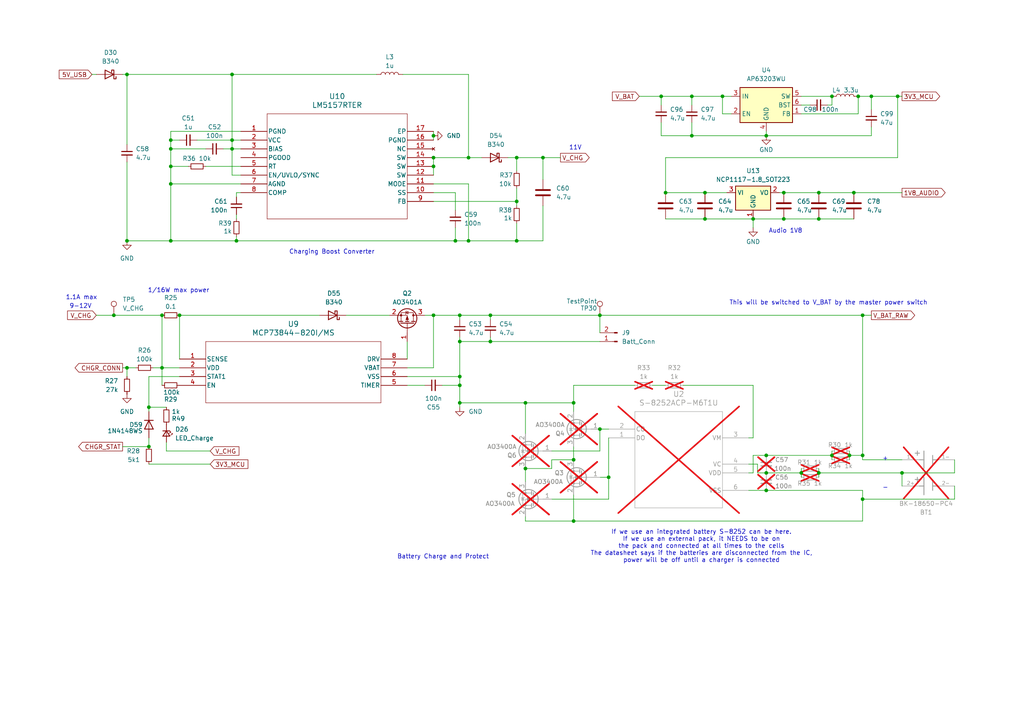
<source format=kicad_sch>
(kicad_sch (version 20250114) (generator "eeschema") (generator_version "9.0")
  (paper "A4")
  (lib_symbols
    (symbol "2025-04-02_22-09-11:MCP73844-840I_MS" (pin_names (offset 0.254))
      (property "Reference" "U" (at 33.02 10.16 0))
      (property "Value" "MCP73844-840I/MS" (at 33.02 7.62 0))
      (symbol "MCP73844-840I_MS_0_1"
        (polyline (pts (xy 7.62 5.08) (xy 7.62 -12.7)) (stroke (width 0.127)))
        (polyline (pts (xy 7.62 -12.7) (xy 58.42 -12.7)) (stroke (width 0.127)))
        (polyline (pts (xy 58.42 5.08) (xy 7.62 5.08)) (stroke (width 0.127)))
        (polyline (pts (xy 58.42 -12.7) (xy 58.42 5.08)) (stroke (width 0.127)))
        (pin unspecified line (at 0 0 0) (length 7.62) (name "SENSE") (number "1"))
        (pin unspecified line (at 0 -2.54 0) (length 7.62) (name "VDD") (number "2"))
        (pin unspecified line (at 0 -5.08 0) (length 7.62) (name "STAT1") (number "3"))
        (pin unspecified line (at 0 -7.62 0) (length 7.62) (name "EN") (number "4"))
        (pin unspecified line (at 66.04 0 180) (length 7.62) (name "DRV") (number "8"))
        (pin unspecified line (at 66.04 -2.54 180) (length 7.62) (name "VBAT") (number "7"))
        (pin unspecified line (at 66.04 -5.08 180) (length 7.62) (name "VSS") (number "6"))
        (pin unspecified line (at 66.04 -7.62 180) (length 7.62) (name "TIMER") (number "5"))
      )
    )
    (symbol "2025-04-02_22-14-21:S-8252AAZ-M6T1U" (pin_names (offset 0.254))
      (property "Reference" "U" (at 20.32 12.7 0))
      (property "Value" "S-8252AAZ-M6T1U" (at 20.32 10.16 0))
      (symbol "S-8252AAZ-M6T1U_0_1"
        (polyline (pts (xy 7.62 7.62) (xy 7.62 -20.32)) (stroke (width 0.127)))
        (polyline (pts (xy 7.62 -20.32) (xy 33.02 -20.32)) (stroke (width 0.127)))
        (polyline (pts (xy 33.02 7.62) (xy 7.62 7.62)) (stroke (width 0.127)))
        (polyline (pts (xy 33.02 -20.32) (xy 33.02 7.62)) (stroke (width 0.127)))
        (pin unspecified line (at 0 0 0) (length 7.62) (name "VM") (number "3"))
        (pin power_in line (at 0 -7.62 0) (length 7.62) (name "VC") (number "4"))
        (pin power_in line (at 0 -10.16 0) (length 7.62) (name "VDD") (number "5"))
        (pin power_out line (at 0 -15.24 0) (length 7.62) (name "VSS") (number "6"))
        (pin output line (at 40.64 2.54 180) (length 7.62) (name "CO") (number "2"))
        (pin output line (at 40.64 0 180) (length 7.62) (name "DO") (number "1"))
      )
    )
    (symbol "2025-04-04_20-55-54:LM5157RTER" (pin_names (offset 0.254))
      (property "Reference" "U" (at 27.94 10.16 0))
      (property "Value" "LM5157RTER" (at 27.94 7.62 0))
      (symbol "LM5157RTER_0_1"
        (polyline (pts (xy 7.62 5.08) (xy 7.62 -25.4)) (stroke (width 0.127)))
        (polyline (pts (xy 7.62 -25.4) (xy 48.26 -25.4)) (stroke (width 0.127)))
        (polyline (pts (xy 48.26 5.08) (xy 7.62 5.08)) (stroke (width 0.127)))
        (polyline (pts (xy 48.26 -25.4) (xy 48.26 5.08)) (stroke (width 0.127)))
        (pin power_out line (at 0 0 0) (length 7.62) (name "PGND") (number "1"))
        (pin power_in line (at 0 -2.54 0) (length 7.62) (name "VCC") (number "2"))
        (pin unspecified line (at 0 -5.08 0) (length 7.62) (name "BIAS") (number "3"))
        (pin power_in line (at 0 -7.62 0) (length 7.62) (name "PGOOD") (number "4"))
        (pin unspecified line (at 0 -10.16 0) (length 7.62) (name "RT") (number "5"))
        (pin unspecified line (at 0 -12.7 0) (length 7.62) (name "EN/UVLO/SYNC") (number "6"))
        (pin power_out line (at 0 -15.24 0) (length 7.62) (name "AGND") (number "7"))
        (pin unspecified line (at 0 -17.78 0) (length 7.62) (name "COMP") (number "8"))
        (pin unspecified line (at 55.88 0 180) (length 7.62) (name "EP") (number "17"))
        (pin power_out line (at 55.88 -2.54 180) (length 7.62) (name "PGND") (number "16"))
        (pin no_connect line (at 55.88 -5.08 180) (length 7.62) (name "NC") (number "15"))
        (pin unspecified line (at 55.88 -7.62 180) (length 7.62) (name "SW") (number "14"))
        (pin unspecified line (at 55.88 -10.16 180) (length 7.62) (name "SW") (number "13"))
        (pin unspecified line (at 55.88 -12.7 180) (length 7.62) (name "SW") (number "12"))
        (pin unspecified line (at 55.88 -15.24 180) (length 7.62) (name "MODE") (number "11"))
        (pin unspecified line (at 55.88 -17.78 180) (length 7.62) (name "SS") (number "10"))
        (pin unspecified line (at 55.88 -20.32 180) (length 7.62) (name "FB") (number "9"))
      )
    )
    (symbol "BK-18650-PC4:BK-18650-PC4" (pin_names (offset 1.016))
      (property "Reference" "BT" (at -3.81 6.35 0))
      (property "Value" "BK-18650-PC4" (at -3.81 -10.16 0))
      (symbol "BK-18650-PC4_0_0"
        (polyline (pts (xy -3.81 4.445) (xy -2.54 4.445)) (stroke (width 0.254)))
        (polyline (pts (xy -3.81 -3.175) (xy -2.54 -3.175)) (stroke (width 0.254)))
        (polyline (pts (xy -3.175 5.08) (xy -3.175 3.81)) (stroke (width 0.254)))
        (polyline (pts (xy -3.175 -2.54) (xy -3.175 -3.81)) (stroke (width 0.254)))
        (polyline (pts (xy -1.27 5.08) (xy -1.27 2.54)) (stroke (width 0.254)))
        (polyline (pts (xy -1.27 2.54) (xy -2.54 2.54)) (stroke (width 0.254)))
        (polyline (pts (xy -1.27 2.54) (xy -1.27 0)) (stroke (width 0.254)))
        (polyline (pts (xy -1.27 -2.54) (xy -1.27 -7.62)) (stroke (width 0.254)))
        (polyline (pts (xy -1.27 -5.08) (xy -2.54 -5.08)) (stroke (width 0.254)))
        (polyline (pts (xy 1.27 3.81) (xy 1.27 1.27)) (stroke (width 0.254)))
        (polyline (pts (xy 1.27 2.54) (xy 2.54 2.54)) (stroke (width 0.254)))
        (polyline (pts (xy 1.27 -3.81) (xy 1.27 -6.35)) (stroke (width 0.254)))
        (polyline (pts (xy 1.27 -5.08) (xy 2.54 -5.08)) (stroke (width 0.254)))
        (pin passive line (at -7.62 2.54 0) (length 5.08) (name "~") (number "1+"))
        (pin passive line (at -7.62 -5.08 0) (length 5.08) (name "~") (number "2+"))
        (pin passive line (at 7.62 2.54 180) (length 5.08) (name "~") (number "1-"))
        (pin passive line (at 7.62 -5.08 180) (length 5.08) (name "~") (number "2-"))
      )
    )
    (symbol "Connector:Conn_01x02_Pin" (pin_names (offset 1.016) (hide yes))
      (property "Reference" "J" (at 0 2.54 0))
      (property "Value" "Conn_01x02_Pin" (at 0 -5.08 0))
      (symbol "Conn_01x02_Pin_1_1"
        (rectangle (start 0.8636 0.127) (end 0 -0.127) (stroke (width 0.1524)) (fill (type outline)))
        (rectangle (start 0.8636 -2.413) (end 0 -2.667) (stroke (width 0.1524)) (fill (type outline)))
        (polyline (pts (xy 1.27 0) (xy 0.8636 0)) (stroke (width 0.1524)))
        (polyline (pts (xy 1.27 -2.54) (xy 0.8636 -2.54)) (stroke (width 0.1524)))
        (pin passive line (at 5.08 0 180) (length 3.81) (name "Pin_1") (number "1"))
        (pin passive line (at 5.08 -2.54 180) (length 3.81) (name "Pin_2") (number "2"))
      )
    )
    (symbol "Connector:TestPoint" (pin_numbers (hide yes)) (pin_names (offset 0.762) (hide yes))
      (property "Reference" "TP" (at 0 6.858 0))
      (property "Value" "TestPoint" (at 0 5.08 0))
      (symbol "TestPoint_0_1"
        (circle (center 0 3.302) (radius 0.762))
      )
      (symbol "TestPoint_1_1"
        (pin passive line (at 0 0 90) (length 2.54) (name "1") (number "1"))
      )
    )
    (symbol "Device:C" (pin_numbers (hide yes)) (pin_names (offset 0.254))
      (property "Reference" "C" (at 0.635 2.54 0))
      (property "Value" "C" (at 0.635 -2.54 0))
      (symbol "C_0_1"
        (polyline (pts (xy -2.032 0.762) (xy 2.032 0.762)) (stroke (width 0.508)))
        (polyline (pts (xy -2.032 -0.762) (xy 2.032 -0.762)) (stroke (width 0.508)))
      )
      (symbol "C_1_1"
        (pin passive line (at 0 3.81 270) (length 2.794) (name "~") (number "1"))
        (pin passive line (at 0 -3.81 90) (length 2.794) (name "~") (number "2"))
      )
    )
    (symbol "Device:C_Small" (pin_numbers (hide yes)) (pin_names (offset 0.254) (hide yes))
      (property "Reference" "C" (at 0.254 1.778 0))
      (property "Value" "C_Small" (at 0.254 -2.032 0))
      (symbol "C_Small_0_1"
        (polyline (pts (xy -1.524 0.508) (xy 1.524 0.508)) (stroke (width 0.3048)))
        (polyline (pts (xy -1.524 -0.508) (xy 1.524 -0.508)) (stroke (width 0.3302)))
      )
      (symbol "C_Small_1_1"
        (pin passive line (at 0 2.54 270) (length 2.032) (name "~") (number "1"))
        (pin passive line (at 0 -2.54 90) (length 2.032) (name "~") (number "2"))
      )
    )
    (symbol "Device:L" (pin_numbers (hide yes)) (pin_names (offset 1.016) (hide yes))
      (property "Reference" "L" (at -1.27 0 90))
      (property "Value" "L" (at 1.905 0 90))
      (symbol "L_0_1"
        (arc (start 0 2.54) (mid 0.6323 1.905) (end 0 1.27))
        (arc (start 0 1.27) (mid 0.6323 0.635) (end 0 0))
        (arc (start 0 0) (mid 0.6323 -0.635) (end 0 -1.27))
        (arc (start 0 -1.27) (mid 0.6323 -1.905) (end 0 -2.54))
      )
      (symbol "L_1_1"
        (pin passive line (at 0 3.81 270) (length 1.27) (name "1") (number "1"))
        (pin passive line (at 0 -3.81 90) (length 1.27) (name "2") (number "2"))
      )
    )
    (symbol "Device:LED_Small" (pin_numbers (hide yes)) (pin_names (offset 0.254) (hide yes))
      (property "Reference" "D" (at -1.27 3.175 0))
      (property "Value" "LED_Small" (at -4.445 -2.54 0))
      (symbol "LED_Small_0_1"
        (polyline (pts (xy -0.762 -1.016) (xy -0.762 1.016)) (stroke (width 0.254)))
        (polyline (pts (xy 0 0.762) (xy -0.508 1.27) (xy -0.254 1.27) (xy -0.508 1.27) (xy -0.508 1.016)))
        (polyline (pts (xy 0.508 1.27) (xy 0 1.778) (xy 0.254 1.778) (xy 0 1.778) (xy 0 1.524)))
        (polyline (pts (xy 0.762 -1.016) (xy -0.762 0) (xy 0.762 1.016) (xy 0.762 -1.016)) (stroke (width 0.254)))
        (polyline (pts (xy 1.016 0) (xy -0.762 0)))
      )
      (symbol "LED_Small_1_1"
        (pin passive line (at -2.54 0 0) (length 1.778) (name "K") (number "1"))
        (pin passive line (at 2.54 0 180) (length 1.778) (name "A") (number "2"))
      )
    )
    (symbol "Device:R_Small" (pin_numbers (hide yes)) (pin_names (offset 0.254) (hide yes))
      (property "Reference" "R" (at 0.762 0.508 0))
      (property "Value" "R_Small" (at 0.762 -1.016 0))
      (symbol "R_Small_0_1"
        (rectangle (start -0.762 1.778) (end 0.762 -1.778) (stroke (width 0.2032)))
      )
      (symbol "R_Small_1_1"
        (pin passive line (at 0 2.54 270) (length 0.762) (name "~") (number "1"))
        (pin passive line (at 0 -2.54 90) (length 0.762) (name "~") (number "2"))
      )
    )
    (symbol "Diode:1N4148WS" (pin_numbers (hide yes)) (pin_names (hide yes))
      (property "Reference" "D" (at 0 2.54 0))
      (property "Value" "1N4148WS" (at 0 -2.54 0))
      (symbol "1N4148WS_0_1"
        (polyline (pts (xy -1.27 1.27) (xy -1.27 -1.27)) (stroke (width 0.254)))
        (polyline (pts (xy 1.27 1.27) (xy 1.27 -1.27) (xy -1.27 0) (xy 1.27 1.27)) (stroke (width 0.254)))
        (polyline (pts (xy 1.27 0) (xy -1.27 0)))
      )
      (symbol "1N4148WS_1_1"
        (pin passive line (at -3.81 0 0) (length 2.54) (name "K") (number "1"))
        (pin passive line (at 3.81 0 180) (length 2.54) (name "A") (number "2"))
      )
    )
    (symbol "Diode:B340" (pin_numbers (hide yes)) (pin_names (offset 1.016) (hide yes))
      (property "Reference" "D" (at 0 2.54 0))
      (property "Value" "B340" (at 0 -2.54 0))
      (symbol "B340_0_1"
        (polyline (pts (xy -1.905 0.635) (xy -1.905 1.27) (xy -1.27 1.27) (xy -1.27 -1.27) (xy -0.635 -1.27) (xy -0.635 -0.635)) (stroke (width 0.254)))
        (polyline (pts (xy 1.27 1.27) (xy 1.27 -1.27) (xy -1.27 0) (xy 1.27 1.27)) (stroke (width 0.254)))
        (polyline (pts (xy 1.27 0) (xy -1.27 0)))
      )
      (symbol "B340_1_1"
        (pin passive line (at -3.81 0 0) (length 2.54) (name "K") (number "1"))
        (pin passive line (at 3.81 0 180) (length 2.54) (name "A") (number "2"))
      )
    )
    (symbol "Regulator_Linear:NCP1117-1.8_SOT223"
      (property "Reference" "U" (at -3.81 3.175 0))
      (property "Value" "NCP1117-1.8_SOT223" (at 0 3.175 0))
      (symbol "NCP1117-1.8_SOT223_0_1"
        (rectangle (start -5.08 -5.08) (end 5.08 1.905) (stroke (width 0.254)) (fill (type background)))
      )
      (symbol "NCP1117-1.8_SOT223_1_1"
        (pin power_in line (at -7.62 0 0) (length 2.54) (name "VI") (number "3"))
        (pin power_in line (at 0 -7.62 90) (length 2.54) (name "GND") (number "1"))
        (pin power_out line (at 7.62 0 180) (length 2.54) (name "VO") (number "2"))
      )
    )
    (symbol "Regulator_Switching:AP63203WU"
      (property "Reference" "U" (at -7.62 6.35 0))
      (property "Value" "AP63203WU" (at 2.54 6.35 0))
      (symbol "AP63203WU_0_1"
        (rectangle (start -7.62 5.08) (end 7.62 -5.08) (stroke (width 0.254)) (fill (type background)))
      )
      (symbol "AP63203WU_1_1"
        (pin power_in line (at -10.16 2.54 0) (length 2.54) (name "IN") (number "3"))
        (pin input line (at -10.16 -2.54 0) (length 2.54) (name "EN") (number "2"))
        (pin power_in line (at 0 -7.62 90) (length 2.54) (name "GND") (number "4"))
        (pin output line (at 10.16 2.54 180) (length 2.54) (name "SW") (number "5"))
        (pin passive line (at 10.16 0 180) (length 2.54) (name "BST") (number "6"))
        (pin input line (at 10.16 -2.54 180) (length 2.54) (name "FB") (number "1"))
      )
    )
    (symbol "Transistor_FET:AO3400A" (pin_names (hide yes))
      (property "Reference" "Q" (at 5.08 1.905 0))
      (property "Value" "AO3400A" (at 5.08 0 0))
      (symbol "AO3400A_0_1"
        (polyline (pts (xy 0.254 1.905) (xy 0.254 -1.905)) (stroke (width 0.254)))
        (polyline (pts (xy 0.254 0) (xy -2.54 0)))
        (polyline (pts (xy 0.762 2.286) (xy 0.762 1.27)) (stroke (width 0.254)))
        (polyline (pts (xy 0.762 0.508) (xy 0.762 -0.508)) (stroke (width 0.254)))
        (polyline (pts (xy 0.762 -1.27) (xy 0.762 -2.286)) (stroke (width 0.254)))
        (polyline (pts (xy 0.762 -1.778) (xy 3.302 -1.778) (xy 3.302 1.778) (xy 0.762 1.778)))
        (polyline (pts (xy 1.016 0) (xy 2.032 0.381) (xy 2.032 -0.381) (xy 1.016 0)) (fill (type outline)))
        (circle (center 1.651 0) (radius 2.794) (stroke (width 0.254)))
        (polyline (pts (xy 2.54 2.54) (xy 2.54 1.778)))
        (circle (center 2.54 1.778) (radius 0.254) (fill (type outline)))
        (circle (center 2.54 -1.778) (radius 0.254) (fill (type outline)))
        (polyline (pts (xy 2.54 -2.54) (xy 2.54 0) (xy 0.762 0)))
        (polyline (pts (xy 2.794 0.508) (xy 2.921 0.381) (xy 3.683 0.381) (xy 3.81 0.254)))
        (polyline (pts (xy 3.302 0.381) (xy 2.921 -0.254) (xy 3.683 -0.254) (xy 3.302 0.381)))
      )
      (symbol "AO3400A_1_1"
        (pin input line (at -5.08 0 0) (length 2.54) (name "G") (number "1"))
        (pin passive line (at 2.54 5.08 270) (length 2.54) (name "D") (number "3"))
        (pin passive line (at 2.54 -5.08 90) (length 2.54) (name "S") (number "2"))
      )
    )
    (symbol "Transistor_FET:AO3401A" (pin_names (hide yes))
      (property "Reference" "Q" (at 5.08 1.905 0))
      (property "Value" "AO3401A" (at 5.08 0 0))
      (symbol "AO3401A_0_1"
        (polyline (pts (xy 0.254 1.905) (xy 0.254 -1.905)) (stroke (width 0.254)))
        (polyline (pts (xy 0.254 0) (xy -2.54 0)))
        (polyline (pts (xy 0.762 2.286) (xy 0.762 1.27)) (stroke (width 0.254)))
        (polyline (pts (xy 0.762 1.778) (xy 3.302 1.778) (xy 3.302 -1.778) (xy 0.762 -1.778)))
        (polyline (pts (xy 0.762 0.508) (xy 0.762 -0.508)) (stroke (width 0.254)))
        (polyline (pts (xy 0.762 -1.27) (xy 0.762 -2.286)) (stroke (width 0.254)))
        (circle (center 1.651 0) (radius 2.794) (stroke (width 0.254)))
        (polyline (pts (xy 2.286 0) (xy 1.27 0.381) (xy 1.27 -0.381) (xy 2.286 0)) (fill (type outline)))
        (polyline (pts (xy 2.54 2.54) (xy 2.54 1.778)))
        (circle (center 2.54 1.778) (radius 0.254) (fill (type outline)))
        (circle (center 2.54 -1.778) (radius 0.254) (fill (type outline)))
        (polyline (pts (xy 2.54 -2.54) (xy 2.54 0) (xy 0.762 0)))
        (polyline (pts (xy 2.794 -0.508) (xy 2.921 -0.381) (xy 3.683 -0.381) (xy 3.81 -0.254)))
        (polyline (pts (xy 3.302 -0.381) (xy 2.921 0.254) (xy 3.683 0.254) (xy 3.302 -0.381)))
      )
      (symbol "AO3401A_1_1"
        (pin input line (at -5.08 0 0) (length 2.54) (name "G") (number "1"))
        (pin passive line (at 2.54 5.08 270) (length 2.54) (name "D") (number "3"))
        (pin passive line (at 2.54 -5.08 90) (length 2.54) (name "S") (number "2"))
      )
    )
    (symbol "power:GND" (power) (pin_numbers (hide yes)) (pin_names (offset 0) (hide yes))
      (property "Value" "GND" (at 0 -3.81 0))
      (symbol "GND_0_1"
        (polyline (pts (xy 0 0) (xy 0 -1.27) (xy 1.27 -1.27) (xy 0 -2.54) (xy -1.27 -1.27) (xy 0 -1.27)))
      )
      (symbol "GND_1_1"
        (pin power_in line (at 0 0 270) (length 0) (name "~") (number "1"))
      )
    )
  )
  (text "11V\n" (at 166.878 42.926 0) (effects (font (size 1.27 1.27))))
  (text "+\n" (at 256.794 133.096 0) (effects (font (size 1.27 1.27))))
  (text "Charging Boost Converter\n" (at 96.266 73.152 0) (effects (font (size 1.27 1.27))))
  (text "1/16W max power\n" (at 51.816 84.328 0) (effects (font (size 1.27 1.27))))
  (text "-\n" (at 256.794 141.478 0) (effects (font (size 1.27 1.27))))
  (text "Battery Charge and Protect\n" (at 128.524 161.544 0) (effects (font (size 1.27 1.27))))
  (text "If we use an integrated battery S-8252 can be here.\nIf we use an external pack, it NEEDS to be on\nthe pack and connected at all times to the cells\nThe datasheet says if the batteries are disconnected from the IC,\npower will be off until a charger is connected" (at 203.454 158.496 0) (effects (font (size 1.27 1.27))))
  (text "1.1A max" (at 23.622 86.36 0) (effects (font (size 1.27 1.27))))
  (text "9-12V" (at 23.368 88.9 0) (effects (font (size 1.27 1.27))))
  (text "Audio 1V8" (at 227.838 67.056 0) (effects (font (size 1.27 1.27))))
  (text "This will be switched to V_BAT by the master power switch\n" (at 240.284 87.884 0) (effects (font (size 1.27 1.27))))
  (junction (at 46.99 91.44))
  (junction (at 191.77 27.94))
  (junction (at 252.73 27.94))
  (junction (at 261.62 137.16))
  (junction (at 67.31 43.18))
  (junction (at 250.19 91.44))
  (junction (at 247.65 55.88))
  (junction (at 46.99 106.68))
  (junction (at 68.58 69.85))
  (junction (at 237.49 63.5))
  (junction (at 241.3 27.94))
  (junction (at 36.83 69.85))
  (junction (at 222.25 137.16))
  (junction (at 218.44 63.5))
  (junction (at 132.08 69.85))
  (junction (at 133.35 116.84))
  (junction (at 237.49 55.88))
  (junction (at 166.37 116.84))
  (junction (at 204.47 63.5))
  (junction (at 222.25 142.24))
  (junction (at 149.86 45.72))
  (junction (at 176.53 138.43))
  (junction (at 125.73 45.72))
  (junction (at 227.33 63.5))
  (junction (at 67.31 40.64))
  (junction (at 246.38 132.08))
  (junction (at 49.53 69.85))
  (junction (at 152.4 135.89))
  (junction (at 166.37 151.13))
  (junction (at 193.04 55.88))
  (junction (at 173.99 124.46))
  (junction (at 232.41 137.16))
  (junction (at 222.25 132.08))
  (junction (at 241.3 132.08))
  (junction (at 36.83 21.59))
  (junction (at 250.19 132.08))
  (junction (at 204.47 55.88))
  (junction (at 209.55 27.94))
  (junction (at 67.31 21.59))
  (junction (at 52.07 91.44))
  (junction (at 125.73 39.37))
  (junction (at 250.19 144.78))
  (junction (at 133.35 109.22))
  (junction (at 43.18 129.54))
  (junction (at 248.92 27.94))
  (junction (at 227.33 55.88))
  (junction (at 133.35 99.06))
  (junction (at 200.66 39.37))
  (junction (at 49.53 48.26))
  (junction (at 260.35 27.94))
  (junction (at 133.35 111.76))
  (junction (at 149.86 58.42))
  (junction (at 142.24 91.44))
  (junction (at 149.86 69.85))
  (junction (at 142.24 99.06))
  (junction (at 133.35 91.44))
  (junction (at 36.83 106.68))
  (junction (at 49.53 40.64))
  (junction (at 125.73 48.26))
  (junction (at 173.99 91.44))
  (junction (at 135.89 69.85))
  (junction (at 33.02 91.44))
  (junction (at 157.48 45.72))
  (junction (at 49.53 43.18))
  (junction (at 222.25 39.37))
  (junction (at 125.73 91.44))
  (junction (at 237.49 137.16))
  (junction (at 166.37 133.35))
  (junction (at 49.53 53.34))
  (junction (at 152.4 116.84))
  (junction (at 43.18 118.11))
  (junction (at 135.89 45.72))
  (junction (at 200.66 27.94))
  (wire (pts (xy 252.73 27.94) (xy 252.73 31.75)))
  (wire (pts (xy 234.95 30.48) (xy 232.41 30.48)))
  (wire (pts (xy 49.53 53.34) (xy 49.53 69.85)))
  (wire (pts (xy 217.17 134.62) (xy 219.71 134.62)))
  (wire (pts (xy 125.73 39.37) (xy 125.73 40.64)))
  (wire (pts (xy 133.35 91.44) (xy 142.24 91.44)))
  (wire (pts (xy 157.48 45.72) (xy 157.48 52.07)))
  (wire (pts (xy 44.45 106.68) (xy 46.99 106.68)))
  (wire (pts (xy 191.77 30.48) (xy 191.77 27.94)))
  (wire (pts (xy 246.38 132.08) (xy 250.19 132.08)))
  (wire (pts (xy 125.73 38.1) (xy 125.73 39.37)))
  (wire (pts (xy 222.25 142.24) (xy 250.19 142.24)))
  (wire (pts (xy 43.18 127) (xy 43.18 129.54)))
  (wire (pts (xy 60.96 134.62) (xy 43.18 134.62)))
  (wire (pts (xy 219.71 134.62) (xy 219.71 137.16)))
  (wire (pts (xy 276.86 137.16) (xy 261.62 137.16)))
  (wire (pts (xy 166.37 129.54) (xy 166.37 133.35)))
  (wire (pts (xy 36.83 69.85) (xy 49.53 69.85)))
  (wire (pts (xy 133.35 97.79) (xy 133.35 99.06)))
  (wire (pts (xy 248.92 33.02) (xy 248.92 27.94)))
  (wire (pts (xy 212.09 33.02) (xy 209.55 33.02)))
  (wire (pts (xy 241.3 132.08) (xy 241.3 133.35)))
  (wire (pts (xy 160.02 130.81) (xy 173.99 130.81)))
  (wire (pts (xy 149.86 58.42) (xy 149.86 54.61)))
  (wire (pts (xy 166.37 143.51) (xy 166.37 151.13)))
  (wire (pts (xy 35.56 21.59) (xy 36.83 21.59)))
  (wire (pts (xy 222.25 132.08) (xy 241.3 132.08)))
  (wire (pts (xy 59.69 48.26) (xy 69.85 48.26)))
  (wire (pts (xy 191.77 35.56) (xy 191.77 39.37)))
  (wire (pts (xy 166.37 119.38) (xy 166.37 116.84)))
  (wire (pts (xy 67.31 40.64) (xy 67.31 43.18)))
  (wire (pts (xy 252.73 39.37) (xy 222.25 39.37)))
  (wire (pts (xy 250.19 144.78) (xy 276.86 144.78)))
  (wire (pts (xy 152.4 151.13) (xy 166.37 151.13)))
  (wire (pts (xy 142.24 92.71) (xy 142.24 91.44)))
  (wire (pts (xy 276.86 140.97) (xy 276.86 144.78)))
  (wire (pts (xy 218.44 127) (xy 217.17 127)))
  (wire (pts (xy 35.56 129.54) (xy 43.18 129.54)))
  (wire (pts (xy 67.31 50.8) (xy 69.85 50.8)))
  (wire (pts (xy 60.96 130.81) (xy 48.26 130.81)))
  (wire (pts (xy 157.48 59.69) (xy 157.48 69.85)))
  (wire (pts (xy 49.53 38.1) (xy 69.85 38.1)))
  (wire (pts (xy 133.35 99.06) (xy 133.35 109.22)))
  (wire (pts (xy 36.83 21.59) (xy 67.31 21.59)))
  (wire (pts (xy 132.08 69.85) (xy 135.89 69.85)))
  (wire (pts (xy 68.58 62.23) (xy 68.58 63.5)))
  (wire (pts (xy 232.41 27.94) (xy 241.3 27.94)))
  (wire (pts (xy 250.19 91.44) (xy 250.19 132.08)))
  (wire (pts (xy 64.77 43.18) (xy 67.31 43.18)))
  (wire (pts (xy 57.15 40.64) (xy 67.31 40.64)))
  (wire (pts (xy 246.38 132.08) (xy 246.38 133.35)))
  (wire (pts (xy 67.31 43.18) (xy 69.85 43.18)))
  (wire (pts (xy 67.31 50.8) (xy 67.31 43.18)))
  (wire (pts (xy 218.44 132.08) (xy 218.44 137.16)))
  (wire (pts (xy 133.35 118.11) (xy 133.35 116.84)))
  (wire (pts (xy 46.99 91.44) (xy 46.99 106.68)))
  (wire (pts (xy 173.99 124.46) (xy 176.53 124.46)))
  (wire (pts (xy 218.44 63.5) (xy 227.33 63.5)))
  (wire (pts (xy 152.4 116.84) (xy 166.37 116.84)))
  (wire (pts (xy 200.66 27.94) (xy 209.55 27.94)))
  (wire (pts (xy 52.07 109.22) (xy 43.18 109.22)))
  (wire (pts (xy 36.83 106.68) (xy 36.83 109.22)))
  (wire (pts (xy 149.86 45.72) (xy 157.48 45.72)))
  (wire (pts (xy 135.89 53.34) (xy 135.89 69.85)))
  (wire (pts (xy 149.86 58.42) (xy 149.86 59.69)))
  (wire (pts (xy 125.73 58.42) (xy 149.86 58.42)))
  (wire (pts (xy 241.3 132.08) (xy 241.3 130.81)))
  (wire (pts (xy 67.31 21.59) (xy 67.31 40.64)))
  (wire (pts (xy 43.18 118.11) (xy 48.26 118.11)))
  (wire (pts (xy 193.04 45.72) (xy 260.35 45.72)))
  (wire (pts (xy 49.53 48.26) (xy 54.61 48.26)))
  (wire (pts (xy 46.99 106.68) (xy 52.07 106.68)))
  (wire (pts (xy 173.99 138.43) (xy 176.53 138.43)))
  (wire (pts (xy 232.41 137.16) (xy 232.41 138.43)))
  (wire (pts (xy 133.35 116.84) (xy 152.4 116.84)))
  (wire (pts (xy 133.35 92.71) (xy 133.35 91.44)))
  (wire (pts (xy 132.08 55.88) (xy 125.73 55.88)))
  (wire (pts (xy 118.11 106.68) (xy 125.73 106.68)))
  (wire (pts (xy 173.99 91.44) (xy 250.19 91.44)))
  (wire (pts (xy 52.07 104.14) (xy 52.07 91.44)))
  (wire (pts (xy 125.73 91.44) (xy 133.35 91.44)))
  (wire (pts (xy 49.53 48.26) (xy 49.53 53.34)))
  (wire (pts (xy 193.04 55.88) (xy 204.47 55.88)))
  (wire (pts (xy 68.58 55.88) (xy 68.58 57.15)))
  (wire (pts (xy 125.73 48.26) (xy 125.73 50.8)))
  (wire (pts (xy 193.04 111.76) (xy 189.23 111.76)))
  (wire (pts (xy 246.38 130.81) (xy 246.38 132.08)))
  (wire (pts (xy 260.35 27.94) (xy 260.35 45.72)))
  (wire (pts (xy 237.49 137.16) (xy 237.49 138.43)))
  (wire (pts (xy 191.77 27.94) (xy 200.66 27.94)))
  (wire (pts (xy 142.24 97.79) (xy 142.24 99.06)))
  (wire (pts (xy 36.83 21.59) (xy 36.83 41.91)))
  (wire (pts (xy 67.31 21.59) (xy 109.22 21.59)))
  (wire (pts (xy 142.24 91.44) (xy 173.99 91.44)))
  (wire (pts (xy 142.24 99.06) (xy 133.35 99.06)))
  (wire (pts (xy 118.11 109.22) (xy 133.35 109.22)))
  (wire (pts (xy 260.35 27.94) (xy 252.73 27.94)))
  (wire (pts (xy 217.17 142.24) (xy 222.25 142.24)))
  (wire (pts (xy 176.53 127) (xy 176.53 138.43)))
  (wire (pts (xy 240.03 30.48) (xy 241.3 30.48)))
  (wire (pts (xy 123.19 111.76) (xy 118.11 111.76)))
  (wire (pts (xy 92.71 91.44) (xy 52.07 91.44)))
  (wire (pts (xy 125.73 91.44) (xy 123.19 91.44)))
  (wire (pts (xy 43.18 109.22) (xy 43.18 118.11)))
  (wire (pts (xy 191.77 39.37) (xy 200.66 39.37)))
  (wire (pts (xy 27.94 91.44) (xy 33.02 91.44)))
  (wire (pts (xy 133.35 109.22) (xy 133.35 111.76)))
  (wire (pts (xy 226.06 55.88) (xy 227.33 55.88)))
  (wire (pts (xy 135.89 45.72) (xy 139.7 45.72)))
  (wire (pts (xy 160.02 133.35) (xy 166.37 133.35)))
  (wire (pts (xy 160.02 135.89) (xy 160.02 133.35)))
  (wire (pts (xy 152.4 149.86) (xy 152.4 151.13)))
  (wire (pts (xy 237.49 55.88) (xy 247.65 55.88)))
  (wire (pts (xy 68.58 69.85) (xy 132.08 69.85)))
  (wire (pts (xy 173.99 130.81) (xy 173.99 124.46)))
  (wire (pts (xy 149.86 45.72) (xy 149.86 49.53)))
  (wire (pts (xy 261.62 137.16) (xy 261.62 140.97)))
  (wire (pts (xy 48.26 128.27) (xy 48.26 130.81)))
  (wire (pts (xy 128.27 111.76) (xy 133.35 111.76)))
  (wire (pts (xy 116.84 21.59) (xy 135.89 21.59)))
  (wire (pts (xy 152.4 135.89) (xy 160.02 135.89)))
  (wire (pts (xy 36.83 46.99) (xy 36.83 69.85)))
  (wire (pts (xy 118.11 99.06) (xy 118.11 104.14)))
  (wire (pts (xy 218.44 111.76) (xy 218.44 127)))
  (wire (pts (xy 204.47 63.5) (xy 218.44 63.5)))
  (wire (pts (xy 166.37 116.84) (xy 166.37 111.76)))
  (wire (pts (xy 49.53 38.1) (xy 49.53 40.64)))
  (wire (pts (xy 39.37 106.68) (xy 36.83 106.68)))
  (wire (pts (xy 125.73 106.68) (xy 125.73 91.44)))
  (wire (pts (xy 232.41 135.89) (xy 232.41 137.16)))
  (wire (pts (xy 125.73 45.72) (xy 135.89 45.72)))
  (wire (pts (xy 135.89 21.59) (xy 135.89 45.72)))
  (wire (pts (xy 49.53 69.85) (xy 68.58 69.85)))
  (wire (pts (xy 166.37 151.13) (xy 250.19 151.13)))
  (wire (pts (xy 147.32 45.72) (xy 149.86 45.72)))
  (wire (pts (xy 222.25 137.16) (xy 219.71 137.16)))
  (wire (pts (xy 67.31 40.64) (xy 69.85 40.64)))
  (wire (pts (xy 49.53 40.64) (xy 52.07 40.64)))
  (wire (pts (xy 218.44 63.5) (xy 218.44 66.04)))
  (wire (pts (xy 46.99 106.68) (xy 46.99 111.76)))
  (wire (pts (xy 152.4 139.7) (xy 152.4 135.89)))
  (wire (pts (xy 218.44 132.08) (xy 222.25 132.08)))
  (wire (pts (xy 222.25 137.16) (xy 232.41 137.16)))
  (wire (pts (xy 250.19 133.35) (xy 261.62 133.35)))
  (wire (pts (xy 237.49 135.89) (xy 237.49 137.16)))
  (wire (pts (xy 250.19 132.08) (xy 250.19 133.35)))
  (wire (pts (xy 200.66 30.48) (xy 200.66 27.94)))
  (wire (pts (xy 69.85 53.34) (xy 49.53 53.34)))
  (wire (pts (xy 68.58 68.58) (xy 68.58 69.85)))
  (wire (pts (xy 232.41 33.02) (xy 248.92 33.02)))
  (wire (pts (xy 133.35 111.76) (xy 133.35 116.84)))
  (wire (pts (xy 209.55 27.94) (xy 212.09 27.94)))
  (wire (pts (xy 43.18 118.11) (xy 43.18 119.38)))
  (wire (pts (xy 276.86 133.35) (xy 276.86 137.16)))
  (wire (pts (xy 152.4 116.84) (xy 152.4 125.73)))
  (wire (pts (xy 142.24 99.06) (xy 173.99 99.06)))
  (wire (pts (xy 100.33 91.44) (xy 113.03 91.44)))
  (wire (pts (xy 33.02 91.44) (xy 46.99 91.44)))
  (wire (pts (xy 237.49 63.5) (xy 247.65 63.5)))
  (wire (pts (xy 69.85 55.88) (xy 68.58 55.88)))
  (wire (pts (xy 149.86 64.77) (xy 149.86 69.85)))
  (wire (pts (xy 204.47 55.88) (xy 210.82 55.88)))
  (wire (pts (xy 227.33 63.5) (xy 237.49 63.5)))
  (wire (pts (xy 125.73 53.34) (xy 135.89 53.34)))
  (wire (pts (xy 49.53 43.18) (xy 49.53 48.26)))
  (wire (pts (xy 217.17 137.16) (xy 218.44 137.16)))
  (wire (pts (xy 49.53 43.18) (xy 59.69 43.18)))
  (wire (pts (xy 26.67 21.59) (xy 27.94 21.59)))
  (wire (pts (xy 241.3 30.48) (xy 241.3 27.94)))
  (wire (pts (xy 132.08 60.96) (xy 132.08 55.88)))
  (wire (pts (xy 227.33 55.88) (xy 237.49 55.88)))
  (wire (pts (xy 250.19 91.44) (xy 252.73 91.44)))
  (wire (pts (xy 260.35 27.94) (xy 261.62 27.94)))
  (wire (pts (xy 193.04 63.5) (xy 204.47 63.5)))
  (wire (pts (xy 222.25 39.37) (xy 200.66 39.37)))
  (wire (pts (xy 198.12 111.76) (xy 218.44 111.76)))
  (wire (pts (xy 132.08 66.04) (xy 132.08 69.85)))
  (wire (pts (xy 166.37 111.76) (xy 184.15 111.76)))
  (wire (pts (xy 209.55 33.02) (xy 209.55 27.94)))
  (wire (pts (xy 176.53 138.43) (xy 176.53 144.78)))
  (wire (pts (xy 135.89 69.85) (xy 149.86 69.85)))
  (wire (pts (xy 250.19 142.24) (xy 250.19 144.78)))
  (wire (pts (xy 222.25 39.37) (xy 222.25 38.1)))
  (wire (pts (xy 157.48 45.72) (xy 162.56 45.72)))
  (wire (pts (xy 247.65 55.88) (xy 261.62 55.88)))
  (wire (pts (xy 160.02 144.78) (xy 176.53 144.78)))
  (wire (pts (xy 173.99 91.44) (xy 173.99 96.52)))
  (wire (pts (xy 125.73 45.72) (xy 125.73 48.26)))
  (wire (pts (xy 185.42 27.94) (xy 191.77 27.94)))
  (wire (pts (xy 49.53 40.64) (xy 49.53 43.18)))
  (wire (pts (xy 193.04 45.72) (xy 193.04 55.88)))
  (wire (pts (xy 250.19 144.78) (xy 250.19 151.13)))
  (wire (pts (xy 252.73 36.83) (xy 252.73 39.37)))
  (wire (pts (xy 248.92 27.94) (xy 252.73 27.94)))
  (wire (pts (xy 237.49 137.16) (xy 261.62 137.16)))
  (wire (pts (xy 35.56 106.68) (xy 36.83 106.68)))
  (wire (pts (xy 200.66 39.37) (xy 200.66 35.56)))
  (wire (pts (xy 157.48 69.85) (xy 149.86 69.85)))
  (global_label "CHGR_CONN" (shape output) (at 35.56 106.68 180) (property "Intersheetrefs" "${INTERSHEET_REFS}" (effects (hide yes))))
  (global_label "5V_USB" (shape input) (at 26.67 21.59 180) (property "Intersheetrefs" "${INTERSHEET_REFS}" (effects (hide yes))))
  (global_label "V_BAT" (shape input) (at 185.42 27.94 180) (property "Intersheetrefs" "${INTERSHEET_REFS}" (effects (hide yes))))
  (global_label "1V8_AUDIO" (shape output) (at 261.62 55.88 0) (property "Intersheetrefs" "${INTERSHEET_REFS}" (effects (hide yes))))
  (global_label "V_BAT_RAW" (shape output) (at 252.73 91.44 0) (property "Intersheetrefs" "${INTERSHEET_REFS}" (effects (hide yes))))
  (global_label "V_CHG" (shape input) (at 27.94 91.44 180) (property "Intersheetrefs" "${INTERSHEET_REFS}" (effects (hide yes))))
  (global_label "V_CHG" (shape input) (at 60.96 130.81 0) (property "Intersheetrefs" "${INTERSHEET_REFS}" (effects (hide yes))))
  (global_label "3V3_MCU" (shape output) (at 261.62 27.94 0) (property "Intersheetrefs" "${INTERSHEET_REFS}" (effects (hide yes))))
  (global_label "3V3_MCU" (shape input) (at 60.96 134.62 0) (property "Intersheetrefs" "${INTERSHEET_REFS}" (effects (hide yes))))
  (global_label "CHGR_STAT" (shape output) (at 35.56 129.54 180) (property "Intersheetrefs" "${INTERSHEET_REFS}" (effects (hide yes))))
  (global_label "V_CHG" (shape output) (at 162.56 45.72 0) (property "Intersheetrefs" "${INTERSHEET_REFS}" (effects (hide yes))))
  (symbol (lib_id "Device:C_Small") (at 133.35 95.25 0) (unit 1)
    (property "Reference" "C53" (at 135.89 93.9862 0) (effects (justify left)))
    (property "Value" "4.7u" (at 135.89 96.5262 0) (effects (justify left)))
    (property "Footprint" "Capacitor_SMD:C_0603_1608Metric_Pad1.08x0.95mm_HandSolder" (effects (hide yes)))
    (property "Description" "Unpolarized capacitor, small symbol" (effects (hide yes)))
  )
  (symbol (lib_id "Device:R_Small") (at 243.84 130.81 90) (unit 1) (on_board no) (dnp yes)
    (property "Reference" "R30" (at 242.062 129.032 90))
    (property "Value" "1k" (at 246.126 129.032 90))
    (property "Footprint" "Resistor_SMD:R_0603_1608Metric_Pad0.98x0.95mm_HandSolder" (effects (hide yes)))
    (property "Description" "Resistor, small symbol" (effects (hide yes)))
  )
  (symbol (lib_id "2025-04-02_22-09-11:MCP73844-840I_MS") (at 52.07 104.14 0) (unit 1)
    (property "Reference" "U9" (at 85.09 93.98 0) (effects (font (size 1.524 1.524))))
    (property "Value" "MCP73844-820I/MS" (at 85.09 96.52 0) (effects (font (size 1.524 1.524))))
    (property "Footprint" "MCP73844:MSOP8_MC_MCH-M" (effects (hide yes)))
    (property "Datasheet" "MCP73844-840I/MS" (effects (hide yes)))
  )
  (symbol (lib_id "Device:R_Small") (at 234.95 135.89 90) (mirror x) (unit 1) (on_board no) (dnp yes)
    (property "Reference" "R31" (at 233.172 134.112 90))
    (property "Value" "1k" (at 237.236 134.112 90))
    (property "Footprint" "Resistor_SMD:R_0603_1608Metric_Pad0.98x0.95mm_HandSolder" (effects (hide yes)))
    (property "Description" "Resistor, small symbol" (effects (hide yes)))
  )
  (symbol (lib_id "power:GND") (at 36.83 69.85 0) (unit 1)
    (property "Reference" "#PWR038" (effects (hide yes)))
    (property "Value" "GND" (at 36.83 74.93 0))
    (property "Description" "Power symbol creates a global label with name \"GND\" , ground" (effects (hide yes)))
  )
  (symbol (lib_id "Device:R_Small") (at 243.84 133.35 270) (unit 1) (on_board no) (dnp yes)
    (property "Reference" "R34" (at 242.062 135.128 90))
    (property "Value" "1k" (at 246.126 135.128 90))
    (property "Footprint" "Resistor_SMD:R_0603_1608Metric_Pad0.98x0.95mm_HandSolder" (effects (hide yes)))
    (property "Description" "Resistor, small symbol" (effects (hide yes)))
  )
  (symbol (lib_id "Transistor_FET:AO3400A") (at 154.94 144.78 0) (mirror y) (unit 1) (on_board no) (dnp yes)
    (property "Reference" "Q5" (at 149.606 143.51 0) (effects (justify left)))
    (property "Value" "AO3400A" (at 149.352 146.05 0) (effects (justify left)))
    (property "Footprint" "Package_TO_SOT_SMD:SOT-23" (effects (hide yes)))
    (property "Datasheet" "http://www.aosmd.com/pdfs/datasheet/AO3400A.pdf" (effects (hide yes)))
    (property "Description" "30V Vds, 5.7A Id, N-Channel MOSFET, SOT-23" (effects (hide yes)))
  )
  (symbol (lib_id "Device:C") (at 227.33 59.69 180) (unit 1)
    (property "Reference" "C65" (at 231.14 58.4199 0) (effects (justify right)))
    (property "Value" "4.7u" (at 231.14 60.9599 0) (effects (justify right)))
    (property "Footprint" "Capacitor_SMD:C_0603_1608Metric_Pad1.08x0.95mm_HandSolder" (effects (hide yes)))
    (property "Description" "Unpolarized capacitor" (effects (hide yes)))
  )
  (symbol (lib_id "Device:C") (at 237.49 59.69 180) (unit 1)
    (property "Reference" "C69" (at 241.3 58.4199 0) (effects (justify right)))
    (property "Value" "4.7u" (at 241.3 60.9599 0) (effects (justify right)))
    (property "Footprint" "Capacitor_SMD:C_0603_1608Metric_Pad1.08x0.95mm_HandSolder" (effects (hide yes)))
    (property "Description" "Unpolarized capacitor" (effects (hide yes)))
  )
  (symbol (lib_id "Connector:Conn_01x02_Pin") (at 179.07 99.06 180) (unit 1)
    (property "Reference" "J9" (at 180.34 96.5199 0) (effects (justify right)))
    (property "Value" "Batt_Conn" (at 180.34 99.0599 0) (effects (justify right)))
    (property "Footprint" "TestPoint:TestPoint_2Pads_Pitch2.54mm_Drill0.8mm" (effects (hide yes)))
    (property "Description" "Generic connector, single row, 01x02, script generated" (effects (hide yes)))
  )
  (symbol (lib_id "Device:C_Small") (at 252.73 34.29 0) (unit 1)
    (property "Reference" "C99" (at 255.27 33.0262 0) (effects (justify left)))
    (property "Value" "47u" (at 255.27 35.5662 0) (effects (justify left)))
    (property "Footprint" "Capacitor_SMD:C_1206_3216Metric_Pad1.33x1.80mm_HandSolder" (effects (hide yes)))
    (property "Description" "Unpolarized capacitor, small symbol" (effects (hide yes)))
  )
  (symbol (lib_id "Device:C") (at 247.65 59.69 180) (unit 1)
    (property "Reference" "C78" (at 251.46 58.4199 0) (effects (justify right)))
    (property "Value" "4.7u" (at 251.46 60.9599 0) (effects (justify right)))
    (property "Footprint" "Capacitor_SMD:C_0603_1608Metric_Pad1.08x0.95mm_HandSolder" (effects (hide yes)))
    (property "Description" "Unpolarized capacitor" (effects (hide yes)))
  )
  (symbol (lib_id "Device:R_Small") (at 149.86 52.07 0) (mirror y) (unit 1)
    (property "Reference" "R37" (at 146.812 50.8 0))
    (property "Value" "10k" (at 146.558 53.34 0))
    (property "Footprint" "Resistor_SMD:R_0603_1608Metric_Pad0.98x0.95mm_HandSolder" (effects (hide yes)))
    (property "Description" "Resistor, small symbol" (effects (hide yes)))
  )
  (symbol (lib_id "2025-04-04_20-55-54:LM5157RTER") (at 69.85 38.1 0) (unit 1)
    (property "Reference" "U10" (at 97.79 27.94 0) (effects (font (size 1.524 1.524))))
    (property "Value" "LM5157RTER" (at 97.79 30.48 0) (effects (font (size 1.524 1.524))))
    (property "Footprint" "LM5157:QFN_57RTER_TEX-M" (effects (hide yes)))
    (property "Datasheet" "LM5157RTER" (effects (hide yes)))
  )
  (symbol (lib_id "Device:C_Small") (at 237.49 30.48 90) (unit 1)
    (property "Reference" "C98" (at 234.95 31.75 90))
    (property "Value" "100n" (at 240.792 31.75 90))
    (property "Footprint" "Capacitor_SMD:C_0603_1608Metric_Pad1.08x0.95mm_HandSolder" (effects (hide yes)))
    (property "Description" "Unpolarized capacitor, small symbol" (effects (hide yes)))
  )
  (symbol (lib_id "Device:C_Small") (at 222.25 139.7 0) (unit 1) (on_board no) (dnp yes)
    (property "Reference" "C56" (at 224.79 138.4362 0) (effects (justify left)))
    (property "Value" "100n" (at 224.79 140.9762 0) (effects (justify left)))
    (property "Footprint" "Capacitor_SMD:C_0402_1005Metric_Pad0.74x0.62mm_HandSolder" (effects (hide yes)))
    (property "Description" "Unpolarized capacitor, small symbol" (effects (hide yes)))
  )
  (symbol (lib_id "Connector:TestPoint") (at 33.02 91.44 0) (unit 1)
    (property "Reference" "TP5" (at 35.56 86.8679 0) (effects (justify left)))
    (property "Value" "V_CHG" (at 35.56 89.4079 0) (effects (justify left)))
    (property "Footprint" "TestPoint:TestPoint_Pad_D1.0mm" (effects (hide yes)))
    (property "Description" "test point" (effects (hide yes)))
  )
  (symbol (lib_id "power:GND") (at 222.25 39.37 0) (unit 1)
    (property "Reference" "#PWR060" (effects (hide yes)))
    (property "Value" "GND" (at 222.25 43.434 0))
    (property "Description" "Power symbol creates a global label with name \"GND\" , ground" (effects (hide yes)))
  )
  (symbol (lib_id "Device:R_Small") (at 48.26 120.65 0) (mirror x) (unit 1)
    (property "Reference" "R49" (at 49.784 121.412 0) (effects (justify left)))
    (property "Value" "1k" (at 49.784 119.38 0) (effects (justify left)))
    (property "Footprint" "Resistor_SMD:R_0603_1608Metric_Pad0.98x0.95mm_HandSolder" (effects (hide yes)))
    (property "Description" "Resistor, small symbol" (effects (hide yes)))
  )
  (symbol (lib_id "Device:C_Small") (at 125.73 111.76 90) (mirror x) (unit 1)
    (property "Reference" "C55" (at 125.7363 118.11 90))
    (property "Value" "100n" (at 125.7363 115.57 90))
    (property "Footprint" "Capacitor_SMD:C_0402_1005Metric_Pad0.74x0.62mm_HandSolder" (effects (hide yes)))
    (property "Description" "Unpolarized capacitor, small symbol" (effects (hide yes)))
  )
  (symbol (lib_id "power:GND") (at 36.83 114.3 0) (unit 1)
    (property "Reference" "#PWR033" (effects (hide yes)))
    (property "Value" "GND" (at 36.83 119.38 0))
    (property "Description" "Power symbol creates a global label with name \"GND\" , ground" (effects (hide yes)))
  )
  (symbol (lib_id "Device:L") (at 113.03 21.59 90) (unit 1)
    (property "Reference" "L3" (at 113.03 16.51 90))
    (property "Value" "1u" (at 113.03 19.05 90))
    (property "Footprint" "Inductor_SMD:L_APV_APH0650" (effects (hide yes)))
    (property "Description" "Inductor" (effects (hide yes)))
  )
  (symbol (lib_id "Regulator_Switching:AP63203WU") (at 222.25 30.48 0) (unit 1)
    (property "Reference" "U4" (at 222.25 20.32 0))
    (property "Value" "AP63203WU" (at 222.25 22.86 0))
    (property "Footprint" "Package_TO_SOT_SMD:TSOT-23-6" (effects (hide yes)))
    (property "Datasheet" "https://www.diodes.com/assets/Datasheets/AP63200-AP63201-AP63203-AP63205.pdf" (effects (hide yes)))
    (property "Description" "2A, 1.1MHz Buck DC/DC Converter, fixed 3.3V output voltage, TSOT-23-6" (effects (hide yes)))
  )
  (symbol (lib_id "power:GND") (at 125.73 39.37 90) (unit 1)
    (property "Reference" "#PWR036" (effects (hide yes)))
    (property "Value" "GND" (at 129.54 39.3699 90) (effects (justify right)))
    (property "Description" "Power symbol creates a global label with name \"GND\" , ground" (effects (hide yes)))
  )
  (symbol (lib_id "Device:C") (at 193.04 59.69 180) (unit 1)
    (property "Reference" "C63" (at 196.85 58.4199 0) (effects (justify right)))
    (property "Value" "4.7u" (at 196.85 60.9599 0) (effects (justify right)))
    (property "Footprint" "Capacitor_SMD:C_0603_1608Metric_Pad1.08x0.95mm_HandSolder" (effects (hide yes)))
    (property "Description" "Unpolarized capacitor" (effects (hide yes)))
  )
  (symbol (lib_id "Device:R_Small") (at 234.95 138.43 270) (mirror x) (unit 1) (on_board no) (dnp yes)
    (property "Reference" "R35" (at 233.172 140.208 90))
    (property "Value" "1k" (at 237.236 140.208 90))
    (property "Footprint" "Resistor_SMD:R_0603_1608Metric_Pad0.98x0.95mm_HandSolder" (effects (hide yes)))
    (property "Description" "Resistor, small symbol" (effects (hide yes)))
  )
  (symbol (lib_id "Device:C_Small") (at 200.66 33.02 0) (unit 1)
    (property "Reference" "C97" (at 203.2 31.7562 0) (effects (justify left)))
    (property "Value" "4.7u" (at 203.2 34.2962 0) (effects (justify left)))
    (property "Footprint" "Capacitor_SMD:C_0603_1608Metric_Pad1.08x0.95mm_HandSolder" (effects (hide yes)))
    (property "Description" "Unpolarized capacitor, small symbol" (effects (hide yes)))
  )
  (symbol (lib_id "Device:R_Small") (at 36.83 111.76 0) (mirror y) (unit 1)
    (property "Reference" "R27" (at 34.29 110.4899 0) (effects (justify left)))
    (property "Value" "27k" (at 34.29 113.0299 0) (effects (justify left)))
    (property "Footprint" "Resistor_SMD:R_0603_1608Metric_Pad0.98x0.95mm_HandSolder" (effects (hide yes)))
    (property "Description" "Resistor, small symbol" (effects (hide yes)))
  )
  (symbol (lib_id "Device:C") (at 157.48 55.88 180) (unit 1)
    (property "Reference" "C60" (at 161.29 54.6099 0) (effects (justify right)))
    (property "Value" "4.7u" (at 161.29 57.1499 0) (effects (justify right)))
    (property "Footprint" "Capacitor_SMD:C_0603_1608Metric_Pad1.08x0.95mm_HandSolder" (effects (hide yes)))
    (property "Description" "Unpolarized capacitor" (effects (hide yes)))
  )
  (symbol (lib_id "Device:C_Small") (at 54.61 40.64 90) (unit 1)
    (property "Reference" "C51" (at 54.6163 34.29 90))
    (property "Value" "1u" (at 54.6163 36.83 90))
    (property "Footprint" "Capacitor_SMD:C_0603_1608Metric_Pad1.08x0.95mm_HandSolder" (effects (hide yes)))
    (property "Description" "Unpolarized capacitor, small symbol" (effects (hide yes)))
  )
  (symbol (lib_id "Device:C_Small") (at 222.25 134.62 0) (unit 1) (on_board no) (dnp yes)
    (property "Reference" "C57" (at 224.79 133.3562 0) (effects (justify left)))
    (property "Value" "100n" (at 224.536 135.89 0) (effects (justify left)))
    (property "Footprint" "Capacitor_SMD:C_0402_1005Metric_Pad0.74x0.62mm_HandSolder" (effects (hide yes)))
    (property "Description" "Unpolarized capacitor, small symbol" (effects (hide yes)))
  )
  (symbol (lib_id "Device:C_Small") (at 132.08 63.5 180) (unit 1)
    (property "Reference" "C59" (at 134.62 62.2235 0) (effects (justify right)))
    (property "Value" "100n" (at 134.62 64.7635 0) (effects (justify right)))
    (property "Footprint" "Capacitor_SMD:C_0402_1005Metric_Pad0.74x0.62mm_HandSolder" (effects (hide yes)))
    (property "Description" "Unpolarized capacitor, small symbol" (effects (hide yes)))
  )
  (symbol (lib_id "Device:R_Small") (at 149.86 62.23 0) (mirror y) (unit 1)
    (property "Reference" "R38" (at 146.558 60.96 0))
    (property "Value" "1k" (at 147.32 63.246 0))
    (property "Footprint" "Resistor_SMD:R_0603_1608Metric_Pad0.98x0.95mm_HandSolder" (effects (hide yes)))
    (property "Description" "Resistor, small symbol" (effects (hide yes)))
  )
  (symbol (lib_id "Device:R_Small") (at 186.69 111.76 270) (unit 1) (on_board no) (dnp yes)
    (property "Reference" "R33" (at 186.69 106.68 90))
    (property "Value" "1k" (at 186.69 109.22 90))
    (property "Footprint" "Resistor_SMD:R_0603_1608Metric_Pad0.98x0.95mm_HandSolder" (effects (hide yes)))
    (property "Description" "Resistor, small symbol" (effects (hide yes)))
  )
  (symbol (lib_id "Transistor_FET:AO3401A") (at 118.11 93.98 270) (mirror x) (unit 1)
    (property "Reference" "Q2" (at 118.11 85.09 90))
    (property "Value" "AO3401A" (at 118.11 87.63 90))
    (property "Footprint" "Package_TO_SOT_SMD:SOT-23" (effects (hide yes)))
    (property "Datasheet" "http://www.aosmd.com/pdfs/datasheet/AO3401A.pdf" (effects (hide yes)))
    (property "Description" "-4.0A Id, -30V Vds, P-Channel MOSFET, SOT-23" (effects (hide yes)))
  )
  (symbol (lib_id "BK-18650-PC4:BK-18650-PC4") (at 269.24 135.89 0) (unit 1) (on_board no) (dnp yes)
    (property "Reference" "BT1" (at 268.605 148.59 0))
    (property "Value" "BK-18650-PC4" (at 268.605 146.05 0))
    (property "Footprint" "BK-18650-PC4:BAT_BK-18650-PC4" (effects (hide yes)))
    (property "PARTREV" "K" (effects (hide yes)))
    (property "STANDARD" "Manufacturer Recommendations" (effects (hide yes)))
    (property "MAXIMUM_PACKAGE_HEIGHT" "21.54 mm" (effects (hide yes)))
    (property "MANUFACTURER" "MPD" (effects (hide yes)))
  )
  (symbol (lib_id "Device:R_Small") (at 49.53 91.44 90) (unit 1)
    (property "Reference" "R25" (at 49.53 86.36 90))
    (property "Value" "0.1" (at 49.53 88.9 90))
    (property "Footprint" "Resistor_SMD:R_1206_3216Metric_Pad1.30x1.75mm_HandSolder" (effects (hide yes)))
    (property "Description" "Resistor, small symbol" (effects (hide yes)))
  )
  (symbol (lib_id "Device:C_Small") (at 142.24 95.25 0) (unit 1)
    (property "Reference" "C54" (at 144.78 93.9862 0) (effects (justify left)))
    (property "Value" "4.7u" (at 144.78 96.5262 0) (effects (justify left)))
    (property "Footprint" "Capacitor_SMD:C_0603_1608Metric_Pad1.08x0.95mm_HandSolder" (effects (hide yes)))
    (property "Description" "Unpolarized capacitor, small symbol" (effects (hide yes)))
  )
  (symbol (lib_id "Transistor_FET:AO3400A") (at 154.94 130.81 180) (unit 1) (on_board no) (dnp yes)
    (property "Reference" "Q6" (at 149.86 132.08 0) (effects (justify left)))
    (property "Value" "AO3400A" (at 149.86 129.54 0) (effects (justify left)))
    (property "Footprint" "Package_TO_SOT_SMD:SOT-23" (effects (hide yes)))
    (property "Datasheet" "http://www.aosmd.com/pdfs/datasheet/AO3400A.pdf" (effects (hide yes)))
    (property "Description" "30V Vds, 5.7A Id, N-Channel MOSFET, SOT-23" (effects (hide yes)))
  )
  (symbol (lib_id "Diode:1N4148WS") (at 43.18 123.19 270) (unit 1)
    (property "Reference" "D59" (at 41.402 123.19 90) (effects (justify right)))
    (property "Value" "1N4148WS" (at 41.402 124.968 90) (effects (justify right)))
    (property "Footprint" "Diode_SMD:D_SOD-323" (effects (hide yes)))
    (property "Datasheet" "https://www.vishay.com/docs/85751/1n4148ws.pdf" (effects (hide yes)))
    (property "Description" "75V 0.15A Fast switching Diode, SOD-323" (effects (hide yes)))
    (property "Sim.Device" "D" (effects (hide yes)))
    (property "Sim.Pins" "1=K 2=A" (effects (hide yes)))
  )
  (symbol (lib_id "Device:C_Small") (at 36.83 44.45 0) (unit 1)
    (property "Reference" "C58" (at 39.37 43.1862 0) (effects (justify left)))
    (property "Value" "4.7u" (at 39.37 45.7262 0) (effects (justify left)))
    (property "Footprint" "Capacitor_SMD:C_0603_1608Metric_Pad1.08x0.95mm_HandSolder" (effects (hide yes)))
    (property "Description" "Unpolarized capacitor, small symbol" (effects (hide yes)))
  )
  (symbol (lib_id "Device:R_Small") (at 41.91 106.68 270) (unit 1)
    (property "Reference" "R26" (at 41.91 101.6 90))
    (property "Value" "100k" (at 41.91 104.14 90))
    (property "Footprint" "Resistor_SMD:R_0603_1608Metric_Pad0.98x0.95mm_HandSolder" (effects (hide yes)))
    (property "Description" "Resistor, small symbol" (effects (hide yes)))
  )
  (symbol (lib_id "Diode:B340") (at 31.75 21.59 180) (unit 1)
    (property "Reference" "D30" (at 32.0675 15.24 0))
    (property "Value" "B340" (at 32.0675 17.78 0))
    (property "Footprint" "Diode_SMD:D_SMA" (effects (hide yes)))
    (property "Datasheet" "http://www.jameco.com/Jameco/Products/ProdDS/1538777.pdf" (effects (hide yes)))
    (property "Description" "40V 3A Schottky Barrier Rectifier Diode, SMC" (effects (hide yes)))
  )
  (symbol (lib_id "Device:R_Small") (at 195.58 111.76 90) (mirror x) (unit 1) (on_board no) (dnp yes)
    (property "Reference" "R32" (at 195.58 106.68 90))
    (property "Value" "1k" (at 195.58 109.22 90))
    (property "Footprint" "Resistor_SMD:R_0603_1608Metric_Pad0.98x0.95mm_HandSolder" (effects (hide yes)))
    (property "Description" "Resistor, small symbol" (effects (hide yes)))
  )
  (symbol (lib_id "power:GND") (at 218.44 66.04 0) (unit 1)
    (property "Reference" "#PWR039" (effects (hide yes)))
    (property "Value" "GND" (at 218.44 70.104 0))
    (property "Description" "Power symbol creates a global label with name \"GND\" , ground" (effects (hide yes)))
  )
  (symbol (lib_id "Diode:B340") (at 143.51 45.72 180) (unit 1)
    (property "Reference" "D54" (at 143.8275 39.37 0))
    (property "Value" "B340" (at 143.8275 41.91 0))
    (property "Footprint" "Diode_SMD:D_SMA" (effects (hide yes)))
    (property "Datasheet" "http://www.jameco.com/Jameco/Products/ProdDS/1538777.pdf" (effects (hide yes)))
    (property "Description" "40V 3A Schottky Barrier Rectifier Diode, SMC" (effects (hide yes)))
  )
  (symbol (lib_id "Regulator_Linear:NCP1117-1.8_SOT223") (at 218.44 55.88 0) (unit 1)
    (property "Reference" "U13" (at 218.44 49.53 0))
    (property "Value" "NCP1117-1.8_SOT223" (at 218.44 52.07 0))
    (property "Footprint" "Package_TO_SOT_SMD:SOT-223-3_TabPin2" (effects (hide yes)))
    (property "Datasheet" "http://www.onsemi.com/pub_link/Collateral/NCP1117-D.PDF" (effects (hide yes)))
    (property "Description" "1A Low drop-out regulator, Fixed Output 1.8V, SOT-223" (effects (hide yes)))
  )
  (symbol (lib_id "Device:R_Small") (at 49.53 111.76 270) (mirror x) (unit 1)
    (property "Reference" "R29" (at 49.53 115.824 90))
    (property "Value" "100k" (at 49.784 113.792 90))
    (property "Footprint" "Resistor_SMD:R_0603_1608Metric_Pad0.98x0.95mm_HandSolder" (effects (hide yes)))
    (property "Description" "Resistor, small symbol" (effects (hide yes)))
  )
  (symbol (lib_id "Device:C_Small") (at 62.23 43.18 90) (unit 1)
    (property "Reference" "C52" (at 62.2363 36.83 90))
    (property "Value" "100n" (at 62.2363 39.37 90))
    (property "Footprint" "Capacitor_SMD:C_0402_1005Metric_Pad0.74x0.62mm_HandSolder" (effects (hide yes)))
    (property "Description" "Unpolarized capacitor, small symbol" (effects (hide yes)))
  )
  (symbol (lib_id "Device:LED_Small") (at 48.26 125.73 270) (unit 1)
    (property "Reference" "D26" (at 50.8 124.5234 90) (effects (justify left)))
    (property "Value" "LED_Charge" (at 50.8 127.0634 90) (effects (justify left)))
    (property "Footprint" "Diode_SMD:D_0603_1608Metric_Pad1.05x0.95mm_HandSolder" (effects (hide yes)))
    (property "Description" "Light emitting diode, small symbol" (effects (hide yes)))
    (property "Sim.Pin" "1=K 2=A" (effects (hide yes)))
  )
  (symbol (lib_id "Device:R_Small") (at 57.15 48.26 90) (unit 1)
    (property "Reference" "R36" (at 54.864 45.974 90))
    (property "Value" "10k" (at 59.436 45.974 90))
    (property "Footprint" "Resistor_SMD:R_0603_1608Metric_Pad0.98x0.95mm_HandSolder" (effects (hide yes)))
    (property "Description" "Resistor, small symbol" (effects (hide yes)))
  )
  (symbol (lib_id "Device:R_Small") (at 43.18 132.08 0) (mirror y) (unit 1)
    (property "Reference" "R28" (at 40.64 130.8099 0) (effects (justify left)))
    (property "Value" "5k1" (at 40.64 133.3499 0) (effects (justify left)))
    (property "Footprint" "Resistor_SMD:R_0603_1608Metric_Pad0.98x0.95mm_HandSolder" (effects (hide yes)))
    (property "Description" "Resistor, small symbol" (effects (hide yes)))
  )
  (symbol (lib_id "Device:C_Small") (at 68.58 59.69 0) (mirror x) (unit 1)
    (property "Reference" "C61" (at 66.04 58.4135 0) (effects (justify right)))
    (property "Value" "100n" (at 66.04 60.9535 0) (effects (justify right)))
    (property "Footprint" "Capacitor_SMD:C_0402_1005Metric_Pad0.74x0.62mm_HandSolder" (effects (hide yes)))
    (property "Description" "Unpolarized capacitor, small symbol" (effects (hide yes)))
  )
  (symbol (lib_id "power:GND") (at 133.35 118.11 0) (unit 1)
    (property "Reference" "#PWR034" (effects (hide yes)))
    (property "Value" "GND" (at 135.89 119.3799 0) (effects (justify left)))
    (property "Description" "Power symbol creates a global label with name \"GND\" , ground" (effects (hide yes)))
  )
  (symbol (lib_id "Connector:TestPoint") (at 173.99 91.44 0) (unit 1)
    (property "Reference" "TP30" (at 173.228 89.408 0) (effects (justify right)))
    (property "Value" "TestPoint" (at 173.228 87.376 0) (effects (justify right)))
    (property "Footprint" "TestPoint:TestPoint_Pad_D1.0mm" (effects (hide yes)))
    (property "Description" "test point" (effects (hide yes)))
  )
  (symbol (lib_id "Device:L") (at 245.11 27.94 90) (unit 1)
    (property "Reference" "L4" (at 242.57 26.162 90))
    (property "Value" "3.3u" (at 246.888 26.162 90))
    (property "Footprint" "Inductor_SMD:L_0805_2012Metric_Pad1.15x1.40mm_HandSolder" (effects (hide yes)))
    (property "Datasheet" "AOTA-B201610S3R3-101-T" (effects (hide yes)))
    (property "Description" "Inductor" (effects (hide yes)))
  )
  (symbol (lib_id "Device:C") (at 204.47 59.69 180) (unit 1)
    (property "Reference" "C64" (at 208.28 58.4199 0) (effects (justify right)))
    (property "Value" "4.7u" (at 208.28 60.9599 0) (effects (justify right)))
    (property "Footprint" "Capacitor_SMD:C_0603_1608Metric_Pad1.08x0.95mm_HandSolder" (effects (hide yes)))
    (property "Description" "Unpolarized capacitor" (effects (hide yes)))
  )
  (symbol (lib_id "Transistor_FET:AO3400A") (at 168.91 124.46 180) (unit 1) (on_board no) (dnp yes)
    (property "Reference" "Q4" (at 163.83 125.73 0) (effects (justify left)))
    (property "Value" "AO3400A" (at 163.83 123.19 0) (effects (justify left)))
    (property "Footprint" "Package_TO_SOT_SMD:SOT-23" (effects (hide yes)))
    (property "Datasheet" "http://www.aosmd.com/pdfs/datasheet/AO3400A.pdf" (effects (hide yes)))
    (property "Description" "30V Vds, 5.7A Id, N-Channel MOSFET, SOT-23" (effects (hide yes)))
  )
  (symbol (lib_id "Diode:B340") (at 96.52 91.44 180) (unit 1)
    (property "Reference" "D55" (at 96.8375 85.09 0))
    (property "Value" "B340" (at 96.8375 87.63 0))
    (property "Footprint" "Diode_SMD:D_SMA" (effects (hide yes)))
    (property "Datasheet" "http://www.jameco.com/Jameco/Products/ProdDS/1538777.pdf" (effects (hide yes)))
    (property "Description" "40V 3A Schottky Barrier Rectifier Diode, SMC" (effects (hide yes)))
  )
  (symbol (lib_id "Transistor_FET:AO3400A") (at 168.91 138.43 0) (mirror y) (unit 1) (on_board no) (dnp yes)
    (property "Reference" "Q3" (at 163.576 137.16 0) (effects (justify left)))
    (property "Value" "AO3400A" (at 163.322 139.7 0) (effects (justify left)))
    (property "Footprint" "Package_TO_SOT_SMD:SOT-23" (effects (hide yes)))
    (property "Datasheet" "http://www.aosmd.com/pdfs/datasheet/AO3400A.pdf" (effects (hide yes)))
    (property "Description" "30V Vds, 5.7A Id, N-Channel MOSFET, SOT-23" (effects (hide yes)))
  )
  (symbol (lib_id "Device:R_Small") (at 68.58 66.04 0) (mirror y) (unit 1)
    (property "Reference" "R39" (at 65.278 64.77 0))
    (property "Value" "1k" (at 66.04 67.056 0))
    (property "Footprint" "Resistor_SMD:R_0603_1608Metric_Pad0.98x0.95mm_HandSolder" (effects (hide yes)))
    (property "Description" "Resistor, small symbol" (effects (hide yes)))
  )
  (symbol (lib_id "2025-04-02_22-14-21:S-8252AAZ-M6T1U") (at 217.17 127 0) (mirror y) (unit 1) (on_board no) (dnp yes)
    (property "Reference" "U2" (at 196.85 114.3 0) (effects (font (size 1.524 1.524))))
    (property "Value" "S-8252ACP-M6T1U" (at 196.85 116.84 0) (effects (font (size 1.524 1.524))))
    (property "Footprint" "S-8252:SOT236-A-PKG_MP006-A-P-SD-2.1_ABL" (effects (hide yes)))
    (property "Datasheet" "S-8252AAZ-M6T1U" (effects (hide yes)))
  )
  (symbol (lib_id "Device:C_Small") (at 191.77 33.02 0) (unit 1)
    (property "Reference" "C96" (at 194.31 31.7562 0) (effects (justify left)))
    (property "Value" "4.7u" (at 194.31 34.2962 0) (effects (justify left)))
    (property "Footprint" "Capacitor_SMD:C_0603_1608Metric_Pad1.08x0.95mm_HandSolder" (effects (hide yes)))
    (property "Description" "Unpolarized capacitor, small symbol" (effects (hide yes)))
  )
)
</source>
